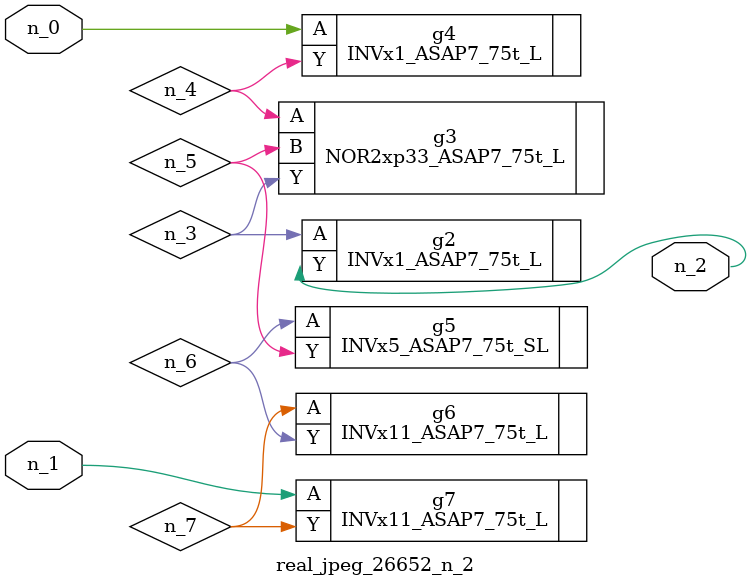
<source format=v>
module real_jpeg_26652_n_2 (n_1, n_0, n_2);

input n_1;
input n_0;

output n_2;

wire n_5;
wire n_4;
wire n_6;
wire n_7;
wire n_3;

INVx1_ASAP7_75t_L g4 ( 
.A(n_0),
.Y(n_4)
);

INVx11_ASAP7_75t_L g7 ( 
.A(n_1),
.Y(n_7)
);

INVx1_ASAP7_75t_L g2 ( 
.A(n_3),
.Y(n_2)
);

NOR2xp33_ASAP7_75t_L g3 ( 
.A(n_4),
.B(n_5),
.Y(n_3)
);

INVx5_ASAP7_75t_SL g5 ( 
.A(n_6),
.Y(n_5)
);

INVx11_ASAP7_75t_L g6 ( 
.A(n_7),
.Y(n_6)
);


endmodule
</source>
